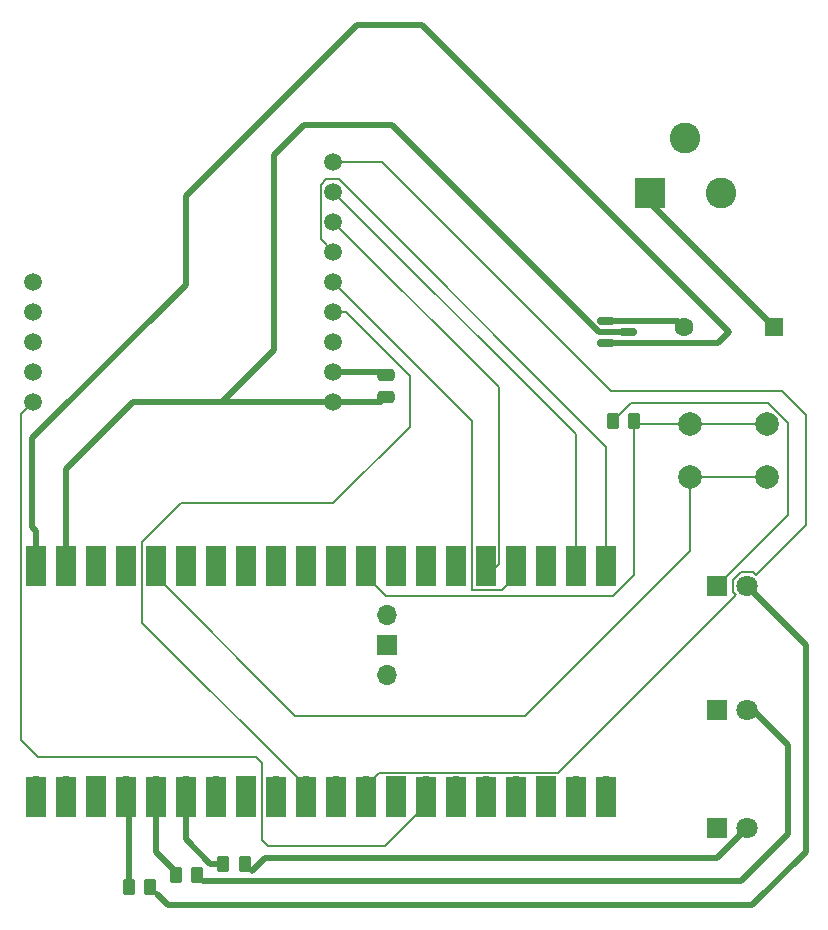
<source format=gtl>
G04 #@! TF.GenerationSoftware,KiCad,Pcbnew,9.0.0*
G04 #@! TF.CreationDate,2025-04-18T21:38:45-04:00*
G04 #@! TF.ProjectId,blood_pressure,626c6f6f-645f-4707-9265-73737572652e,rev?*
G04 #@! TF.SameCoordinates,Original*
G04 #@! TF.FileFunction,Copper,L1,Top*
G04 #@! TF.FilePolarity,Positive*
%FSLAX46Y46*%
G04 Gerber Fmt 4.6, Leading zero omitted, Abs format (unit mm)*
G04 Created by KiCad (PCBNEW 9.0.0) date 2025-04-18 21:38:45*
%MOMM*%
%LPD*%
G01*
G04 APERTURE LIST*
G04 Aperture macros list*
%AMRoundRect*
0 Rectangle with rounded corners*
0 $1 Rounding radius*
0 $2 $3 $4 $5 $6 $7 $8 $9 X,Y pos of 4 corners*
0 Add a 4 corners polygon primitive as box body*
4,1,4,$2,$3,$4,$5,$6,$7,$8,$9,$2,$3,0*
0 Add four circle primitives for the rounded corners*
1,1,$1+$1,$2,$3*
1,1,$1+$1,$4,$5*
1,1,$1+$1,$6,$7*
1,1,$1+$1,$8,$9*
0 Add four rect primitives between the rounded corners*
20,1,$1+$1,$2,$3,$4,$5,0*
20,1,$1+$1,$4,$5,$6,$7,0*
20,1,$1+$1,$6,$7,$8,$9,0*
20,1,$1+$1,$8,$9,$2,$3,0*%
G04 Aperture macros list end*
G04 #@! TA.AperFunction,SMDPad,CuDef*
%ADD10RoundRect,0.250000X-0.262500X-0.450000X0.262500X-0.450000X0.262500X0.450000X-0.262500X0.450000X0*%
G04 #@! TD*
G04 #@! TA.AperFunction,SMDPad,CuDef*
%ADD11RoundRect,0.250000X0.475000X-0.250000X0.475000X0.250000X-0.475000X0.250000X-0.475000X-0.250000X0*%
G04 #@! TD*
G04 #@! TA.AperFunction,ComponentPad*
%ADD12C,1.508000*%
G04 #@! TD*
G04 #@! TA.AperFunction,SMDPad,CuDef*
%ADD13RoundRect,0.150000X-0.587500X-0.150000X0.587500X-0.150000X0.587500X0.150000X-0.587500X0.150000X0*%
G04 #@! TD*
G04 #@! TA.AperFunction,ComponentPad*
%ADD14R,2.600000X2.600000*%
G04 #@! TD*
G04 #@! TA.AperFunction,ComponentPad*
%ADD15C,2.600000*%
G04 #@! TD*
G04 #@! TA.AperFunction,ComponentPad*
%ADD16O,1.700000X1.700000*%
G04 #@! TD*
G04 #@! TA.AperFunction,SMDPad,CuDef*
%ADD17R,1.700000X3.500000*%
G04 #@! TD*
G04 #@! TA.AperFunction,ComponentPad*
%ADD18R,1.700000X1.700000*%
G04 #@! TD*
G04 #@! TA.AperFunction,ComponentPad*
%ADD19R,1.800000X1.800000*%
G04 #@! TD*
G04 #@! TA.AperFunction,ComponentPad*
%ADD20C,1.800000*%
G04 #@! TD*
G04 #@! TA.AperFunction,ComponentPad*
%ADD21C,2.000000*%
G04 #@! TD*
G04 #@! TA.AperFunction,ComponentPad*
%ADD22RoundRect,0.250000X0.550000X0.550000X-0.550000X0.550000X-0.550000X-0.550000X0.550000X-0.550000X0*%
G04 #@! TD*
G04 #@! TA.AperFunction,ComponentPad*
%ADD23C,1.600000*%
G04 #@! TD*
G04 #@! TA.AperFunction,Conductor*
%ADD24C,0.500000*%
G04 #@! TD*
G04 #@! TA.AperFunction,Conductor*
%ADD25C,0.200000*%
G04 #@! TD*
G04 APERTURE END LIST*
D10*
X119675000Y-96500000D03*
X121500000Y-96500000D03*
X123675000Y-95500000D03*
X125500000Y-95500000D03*
D11*
X137500000Y-56000000D03*
X137500000Y-54100000D03*
D12*
X107625000Y-56414000D03*
X107625000Y-53874000D03*
X107625000Y-51334000D03*
X107625000Y-48794000D03*
X107625000Y-46254000D03*
X133025000Y-56414000D03*
X133025000Y-53874000D03*
X133025000Y-51334000D03*
X133025000Y-48794000D03*
X133025000Y-46254000D03*
X133025000Y-43714000D03*
X133025000Y-41174000D03*
X133025000Y-38634000D03*
X133025000Y-36094000D03*
D10*
X115675000Y-97500000D03*
X117500000Y-97500000D03*
D13*
X156125000Y-49550000D03*
X156125000Y-51450000D03*
X158000000Y-50500000D03*
D10*
X156675000Y-58000000D03*
X158500000Y-58000000D03*
D14*
X159800000Y-38750000D03*
D15*
X165800000Y-38750000D03*
X162800000Y-34050000D03*
D16*
X107830000Y-88974100D03*
D17*
X107830000Y-89874100D03*
D16*
X110370000Y-88974100D03*
D17*
X110370000Y-89874100D03*
D18*
X112910000Y-88974100D03*
D17*
X112910000Y-89874100D03*
D16*
X115450000Y-88974100D03*
D17*
X115450000Y-89874100D03*
D16*
X117990000Y-88974100D03*
D17*
X117990000Y-89874100D03*
D16*
X120530000Y-88974100D03*
D17*
X120530000Y-89874100D03*
D16*
X123070000Y-88974100D03*
D17*
X123070000Y-89874100D03*
D18*
X125610000Y-88974100D03*
D17*
X125610000Y-89874100D03*
D16*
X128150000Y-88974100D03*
D17*
X128150000Y-89874100D03*
D16*
X130690000Y-88974100D03*
D17*
X130690000Y-89874100D03*
D16*
X133230000Y-88974100D03*
D17*
X133230000Y-89874100D03*
D16*
X135770000Y-88974100D03*
D17*
X135770000Y-89874100D03*
D18*
X138310000Y-88974100D03*
D17*
X138310000Y-89874100D03*
D16*
X140850000Y-88974100D03*
D17*
X140850000Y-89874100D03*
D16*
X143390000Y-88974100D03*
D17*
X143390000Y-89874100D03*
D16*
X145930000Y-88974100D03*
D17*
X145930000Y-89874100D03*
D16*
X148470000Y-88974100D03*
D17*
X148470000Y-89874100D03*
D18*
X151010000Y-88974100D03*
D17*
X151010000Y-89874100D03*
D16*
X153550000Y-88974100D03*
D17*
X153550000Y-89874100D03*
D16*
X156090000Y-88974100D03*
D17*
X156090000Y-89874100D03*
D16*
X156090000Y-71194100D03*
D17*
X156090000Y-70294100D03*
D16*
X153550000Y-71194100D03*
D17*
X153550000Y-70294100D03*
D18*
X151010000Y-71194100D03*
D17*
X151010000Y-70294100D03*
D16*
X148470000Y-71194100D03*
D17*
X148470000Y-70294100D03*
D16*
X145930000Y-71194100D03*
D17*
X145930000Y-70294100D03*
D16*
X143390000Y-71194100D03*
D17*
X143390000Y-70294100D03*
D16*
X140850000Y-71194100D03*
D17*
X140850000Y-70294100D03*
D18*
X138310000Y-71194100D03*
D17*
X138310000Y-70294100D03*
D16*
X135770000Y-71194100D03*
D17*
X135770000Y-70294100D03*
D16*
X133230000Y-71194100D03*
D17*
X133230000Y-70294100D03*
D16*
X130690000Y-71194100D03*
D17*
X130690000Y-70294100D03*
D16*
X128150000Y-71194100D03*
D17*
X128150000Y-70294100D03*
D18*
X125610000Y-71194100D03*
D17*
X125610000Y-70294100D03*
D16*
X123070000Y-71194100D03*
D17*
X123070000Y-70294100D03*
D16*
X120530000Y-71194100D03*
D17*
X120530000Y-70294100D03*
D16*
X117990000Y-71194100D03*
D17*
X117990000Y-70294100D03*
D16*
X115450000Y-71194100D03*
D17*
X115450000Y-70294100D03*
D18*
X112910000Y-71194100D03*
D17*
X112910000Y-70294100D03*
D16*
X110370000Y-71194100D03*
D17*
X110370000Y-70294100D03*
D16*
X107830000Y-71194100D03*
D17*
X107830000Y-70294100D03*
D16*
X137560000Y-79500000D03*
D18*
X137560000Y-76960000D03*
D16*
X137560000Y-74420000D03*
D19*
X165475000Y-72000000D03*
D20*
X168015000Y-72000000D03*
D19*
X165460000Y-82500000D03*
D20*
X168000000Y-82500000D03*
D19*
X165460000Y-92500000D03*
D20*
X168000000Y-92500000D03*
D21*
X163250000Y-62750000D03*
X169750000Y-62750000D03*
X163250000Y-58250000D03*
X169750000Y-58250000D03*
D22*
X170305000Y-50052500D03*
D23*
X162685000Y-50052500D03*
D24*
X110370000Y-62130000D02*
X110370000Y-71194100D01*
X116086000Y-56414000D02*
X110370000Y-62130000D01*
X130500000Y-33000000D02*
X137983400Y-33000000D01*
X137983400Y-33000000D02*
X155483400Y-50500000D01*
X133025000Y-56414000D02*
X137086000Y-56414000D01*
X123588100Y-56414000D02*
X128000000Y-52002100D01*
D25*
X110370000Y-69632100D02*
X110370000Y-71194100D01*
D24*
X155483400Y-50500000D02*
X158000000Y-50500000D01*
X128000000Y-35500000D02*
X130500000Y-33000000D01*
X133025000Y-56414000D02*
X123588100Y-56414000D01*
D25*
X137086000Y-56414000D02*
X137500000Y-56000000D01*
D24*
X128000000Y-52002100D02*
X128000000Y-35500000D01*
X123588100Y-56414000D02*
X116086000Y-56414000D01*
D25*
X171500000Y-65975000D02*
X165475000Y-72000000D01*
X158175000Y-56500000D02*
X169839892Y-56500000D01*
X165475000Y-81985000D02*
X165460000Y-82000000D01*
X137274000Y-53874000D02*
X137500000Y-54100000D01*
D24*
X133025000Y-53874000D02*
X137274000Y-53874000D01*
D25*
X156675000Y-58000000D02*
X158175000Y-56500000D01*
X171500000Y-58160108D02*
X171500000Y-65975000D01*
X169839892Y-56500000D02*
X171500000Y-58160108D01*
D24*
X168500000Y-99000000D02*
X173000000Y-94500000D01*
X173000000Y-76985000D02*
X168015000Y-72000000D01*
X118046560Y-98046560D02*
X119000000Y-99000000D01*
D25*
X117500000Y-97500000D02*
X118046560Y-98046560D01*
D24*
X119000000Y-99000000D02*
X168500000Y-99000000D01*
X173000000Y-94500000D02*
X173000000Y-76985000D01*
X171500000Y-93000000D02*
X171500000Y-85500000D01*
X167500000Y-97000000D02*
X171500000Y-93000000D01*
X122000000Y-97000000D02*
X167500000Y-97000000D01*
D25*
X121500000Y-96500000D02*
X122000000Y-97000000D01*
D24*
X171500000Y-85500000D02*
X168000000Y-82000000D01*
D25*
X125500000Y-95500000D02*
X126113359Y-96113359D01*
D24*
X127226718Y-95000000D02*
X165500000Y-95000000D01*
X165500000Y-95000000D02*
X168000000Y-92500000D01*
X126113359Y-96113359D02*
X127226718Y-95000000D01*
X156125000Y-51450000D02*
X165550000Y-51450000D01*
X120500000Y-39000000D02*
X120500000Y-46500000D01*
X107500000Y-67000000D02*
X107830000Y-67330000D01*
X107830000Y-67330000D02*
X107830000Y-71194100D01*
X140500000Y-24500000D02*
X135000000Y-24500000D01*
X120500000Y-46500000D02*
X107500000Y-59500000D01*
X165550000Y-51450000D02*
X166500000Y-50500000D01*
X166500000Y-50500000D02*
X140500000Y-24500000D01*
X107500000Y-59500000D02*
X107500000Y-67000000D01*
X135000000Y-24500000D02*
X120500000Y-39000000D01*
X159800000Y-39547500D02*
X170305000Y-50052500D01*
D25*
X159800000Y-38750000D02*
X159800000Y-39547500D01*
D24*
X162182500Y-49550000D02*
X156125000Y-49550000D01*
D25*
X162685000Y-50052500D02*
X162182500Y-49550000D01*
X158500000Y-71086100D02*
X158500000Y-58000000D01*
X137443900Y-72868000D02*
X156718100Y-72868000D01*
X163250000Y-58250000D02*
X158750000Y-58250000D01*
X158750000Y-58250000D02*
X158500000Y-58000000D01*
X163250000Y-58250000D02*
X169750000Y-58250000D01*
X135770000Y-71194100D02*
X137443900Y-72868000D01*
X156718100Y-72868000D02*
X158500000Y-71086100D01*
D24*
X115675000Y-89199100D02*
X115675000Y-97500000D01*
D25*
X115450000Y-88974100D02*
X115675000Y-89199100D01*
X119675000Y-96175000D02*
X119675000Y-96500000D01*
D24*
X117990000Y-88974100D02*
X117990000Y-94490000D01*
X117990000Y-94490000D02*
X119675000Y-96175000D01*
D25*
X117990000Y-88974100D02*
X117547500Y-89416600D01*
D24*
X120530000Y-93442500D02*
X122587500Y-95500000D01*
X120530000Y-88974100D02*
X120530000Y-93442500D01*
X122587500Y-95500000D02*
X123675000Y-95500000D01*
D25*
X163250000Y-62750000D02*
X169750000Y-62750000D01*
X163250000Y-69000000D02*
X163250000Y-62750000D01*
X117990000Y-71194100D02*
X129795900Y-83000000D01*
X129795900Y-83000000D02*
X149250000Y-83000000D01*
X149250000Y-83000000D02*
X163250000Y-69000000D01*
X163500000Y-63000000D02*
X163250000Y-62750000D01*
X133025000Y-41174000D02*
X147000000Y-55149000D01*
X147000000Y-70124100D02*
X145930000Y-71194100D01*
X147000000Y-55149000D02*
X147000000Y-70124100D01*
X153550000Y-59159000D02*
X153550000Y-71194100D01*
X133025000Y-38634000D02*
X153550000Y-59159000D01*
X152053900Y-87823100D02*
X136921000Y-87823100D01*
X173000000Y-66877000D02*
X168795235Y-71081765D01*
X167517529Y-70799000D02*
X166814000Y-71502529D01*
X133025000Y-36094000D02*
X137094000Y-36094000D01*
X171000000Y-55500000D02*
X173000000Y-57500000D01*
X166814000Y-72497471D02*
X167096764Y-72780236D01*
X136921000Y-87823100D02*
X135770000Y-88974100D01*
X168795235Y-71081765D02*
X168512471Y-70799000D01*
X137094000Y-36094000D02*
X156500000Y-55500000D01*
X173000000Y-57500000D02*
X173000000Y-66877000D01*
X166814000Y-71502529D02*
X166814000Y-72497471D01*
X156500000Y-55500000D02*
X171000000Y-55500000D01*
X168512471Y-70799000D02*
X167517529Y-70799000D01*
X167096764Y-72780236D02*
X152053900Y-87823100D01*
X144779000Y-72345100D02*
X147319000Y-72345100D01*
X133025000Y-46254000D02*
X144779000Y-58008000D01*
X147319000Y-72345100D02*
X148470000Y-71194100D01*
X144779000Y-58008000D02*
X144779000Y-72345100D01*
X156090000Y-60207004D02*
X156090000Y-71194100D01*
X132421000Y-37579000D02*
X133461996Y-37579000D01*
X131970000Y-38030000D02*
X132421000Y-37579000D01*
X131970000Y-42659000D02*
X131970000Y-38030000D01*
X133461996Y-37579000D02*
X156090000Y-60207004D01*
X133025000Y-43714000D02*
X131970000Y-42659000D01*
X106561000Y-84061000D02*
X106561000Y-85061000D01*
X106561000Y-57478000D02*
X106561000Y-84061000D01*
X126999000Y-86999000D02*
X126999000Y-93499000D01*
X126999000Y-93499000D02*
X127500000Y-94000000D01*
X107625000Y-56414000D02*
X106561000Y-57478000D01*
X126500000Y-86500000D02*
X126999000Y-86999000D01*
X127500000Y-94000000D02*
X137386100Y-94000000D01*
X140850000Y-90536100D02*
X140850000Y-88974100D01*
X137386100Y-94000000D02*
X140850000Y-90536100D01*
X108000000Y-86500000D02*
X126500000Y-86500000D01*
X106561000Y-85061000D02*
X108000000Y-86500000D01*
X116839000Y-75123100D02*
X130690000Y-88974100D01*
X139500000Y-58500000D02*
X133000000Y-65000000D01*
X133000000Y-65000000D02*
X120082100Y-65000000D01*
X134091317Y-48794000D02*
X139500000Y-54202683D01*
X133025000Y-48794000D02*
X134091317Y-48794000D01*
X116839000Y-68243100D02*
X116839000Y-75123100D01*
X139500000Y-54202683D02*
X139500000Y-58500000D01*
X120082100Y-65000000D02*
X116839000Y-68243100D01*
M02*

</source>
